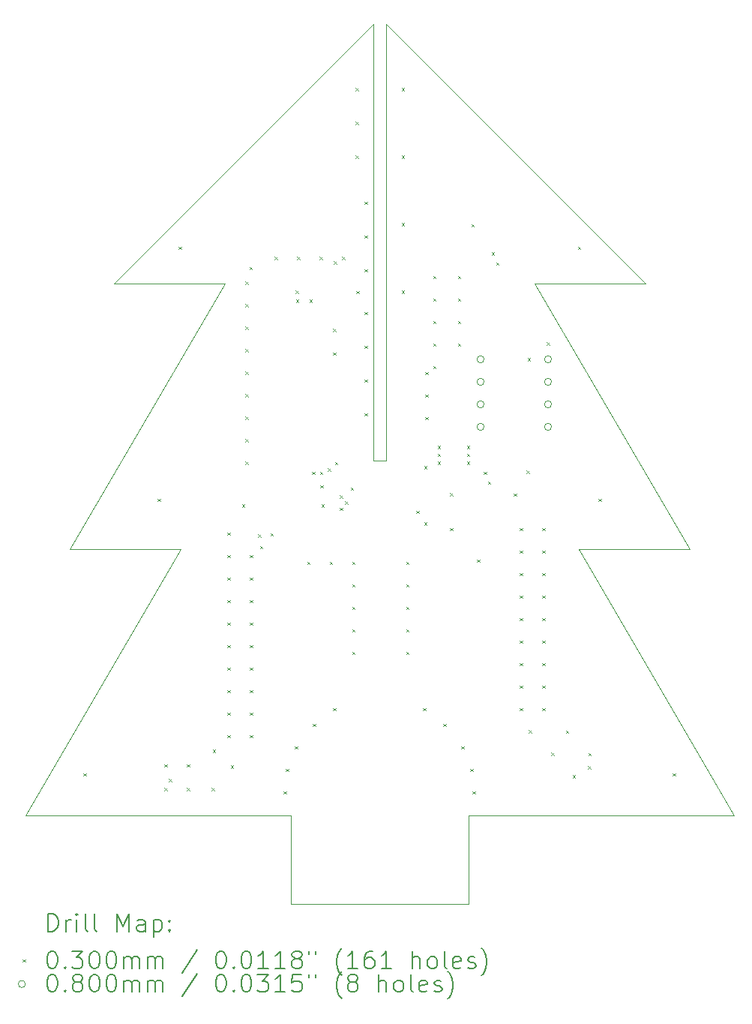
<source format=gbr>
%TF.GenerationSoftware,KiCad,Pcbnew,(6.0.9)*%
%TF.CreationDate,2022-12-10T14:06:55+01:00*%
%TF.ProjectId,PartoUno,50617274-6f55-46e6-9f2e-6b696361645f,rev?*%
%TF.SameCoordinates,Original*%
%TF.FileFunction,Drillmap*%
%TF.FilePolarity,Positive*%
%FSLAX45Y45*%
G04 Gerber Fmt 4.5, Leading zero omitted, Abs format (unit mm)*
G04 Created by KiCad (PCBNEW (6.0.9)) date 2022-12-10 14:06:55*
%MOMM*%
%LPD*%
G01*
G04 APERTURE LIST*
%ADD10C,0.038100*%
%ADD11C,0.200000*%
%ADD12C,0.030000*%
%ADD13C,0.080000*%
G04 APERTURE END LIST*
D10*
X13975000Y-5375000D02*
X13975000Y-10300000D01*
X13050000Y-14300000D02*
X10050000Y-14300000D01*
X10050000Y-14300000D02*
X11800000Y-11300000D01*
X13050000Y-15300000D02*
X13050000Y-14300000D01*
X14125000Y-5375000D02*
X17050000Y-8300000D01*
X11050000Y-8300000D02*
X12300000Y-8300000D01*
X11800000Y-11300000D02*
X10550000Y-11300000D01*
X11050000Y-8300000D02*
X13975000Y-5375000D01*
X15050000Y-15300000D02*
X13050000Y-15300000D01*
X14125000Y-10300000D02*
X14125000Y-5375000D01*
X18050000Y-14300000D02*
X15050000Y-14300000D01*
X13975000Y-10300000D02*
X14125000Y-10300000D01*
X15800000Y-8300000D02*
X17550000Y-11300000D01*
X15800000Y-8300000D02*
X17050000Y-8300000D01*
X17550000Y-11300000D02*
X16300000Y-11300000D01*
X10550000Y-11300000D02*
X12300000Y-8300000D01*
X16300000Y-11300000D02*
X18050000Y-14300000D01*
X15050000Y-14300000D02*
X15050000Y-15300000D01*
D11*
D12*
X10703800Y-13828000D02*
X10733800Y-13858000D01*
X10733800Y-13828000D02*
X10703800Y-13858000D01*
X11542000Y-10729200D02*
X11572000Y-10759200D01*
X11572000Y-10729200D02*
X11542000Y-10759200D01*
X11618200Y-13726400D02*
X11648200Y-13756400D01*
X11648200Y-13726400D02*
X11618200Y-13756400D01*
X11618200Y-13993100D02*
X11648200Y-14023100D01*
X11648200Y-13993100D02*
X11618200Y-14023100D01*
X11669000Y-13891500D02*
X11699000Y-13921500D01*
X11699000Y-13891500D02*
X11669000Y-13921500D01*
X11776900Y-7884400D02*
X11806900Y-7914400D01*
X11806900Y-7884400D02*
X11776900Y-7914400D01*
X11872200Y-13726400D02*
X11902200Y-13756400D01*
X11902200Y-13726400D02*
X11872200Y-13756400D01*
X11872200Y-13993100D02*
X11902200Y-14023100D01*
X11902200Y-13993100D02*
X11872200Y-14023100D01*
X12151600Y-13993100D02*
X12181600Y-14023100D01*
X12181600Y-13993100D02*
X12151600Y-14023100D01*
X12164300Y-13561300D02*
X12194300Y-13591300D01*
X12194300Y-13561300D02*
X12164300Y-13591300D01*
X12329400Y-11110200D02*
X12359400Y-11140200D01*
X12359400Y-11110200D02*
X12329400Y-11140200D01*
X12329400Y-11364200D02*
X12359400Y-11394200D01*
X12359400Y-11364200D02*
X12329400Y-11394200D01*
X12329400Y-11618200D02*
X12359400Y-11648200D01*
X12359400Y-11618200D02*
X12329400Y-11648200D01*
X12329400Y-11872200D02*
X12359400Y-11902200D01*
X12359400Y-11872200D02*
X12329400Y-11902200D01*
X12329400Y-12126200D02*
X12359400Y-12156200D01*
X12359400Y-12126200D02*
X12329400Y-12156200D01*
X12329400Y-12380200D02*
X12359400Y-12410200D01*
X12359400Y-12380200D02*
X12329400Y-12410200D01*
X12329400Y-12634200D02*
X12359400Y-12664200D01*
X12359400Y-12634200D02*
X12329400Y-12664200D01*
X12329400Y-12888200D02*
X12359400Y-12918200D01*
X12359400Y-12888200D02*
X12329400Y-12918200D01*
X12329400Y-13142200D02*
X12359400Y-13172200D01*
X12359400Y-13142200D02*
X12329400Y-13172200D01*
X12329400Y-13396200D02*
X12359400Y-13426200D01*
X12359400Y-13396200D02*
X12329400Y-13426200D01*
X12367500Y-13739100D02*
X12397500Y-13769100D01*
X12397500Y-13739100D02*
X12367500Y-13769100D01*
X12496000Y-10794200D02*
X12526000Y-10824200D01*
X12526000Y-10794200D02*
X12496000Y-10824200D01*
X12532600Y-8278100D02*
X12562600Y-8308100D01*
X12562600Y-8278100D02*
X12532600Y-8308100D01*
X12532600Y-8532100D02*
X12562600Y-8562100D01*
X12562600Y-8532100D02*
X12532600Y-8562100D01*
X12532600Y-8786100D02*
X12562600Y-8816100D01*
X12562600Y-8786100D02*
X12532600Y-8816100D01*
X12532600Y-9040100D02*
X12562600Y-9070100D01*
X12562600Y-9040100D02*
X12532600Y-9070100D01*
X12532600Y-9294100D02*
X12562600Y-9324100D01*
X12562600Y-9294100D02*
X12532600Y-9324100D01*
X12532600Y-9548100D02*
X12562600Y-9578100D01*
X12562600Y-9548100D02*
X12532600Y-9578100D01*
X12532600Y-9802100D02*
X12562600Y-9832100D01*
X12562600Y-9802100D02*
X12532600Y-9832100D01*
X12532600Y-10056100D02*
X12562600Y-10086100D01*
X12562600Y-10056100D02*
X12532600Y-10086100D01*
X12532600Y-10310100D02*
X12562600Y-10340100D01*
X12562600Y-10310100D02*
X12532600Y-10340100D01*
X12578850Y-8113000D02*
X12608850Y-8143000D01*
X12608850Y-8113000D02*
X12578850Y-8143000D01*
X12583400Y-11364200D02*
X12613400Y-11394200D01*
X12613400Y-11364200D02*
X12583400Y-11394200D01*
X12583400Y-11618200D02*
X12613400Y-11648200D01*
X12613400Y-11618200D02*
X12583400Y-11648200D01*
X12583400Y-11872200D02*
X12613400Y-11902200D01*
X12613400Y-11872200D02*
X12583400Y-11902200D01*
X12583400Y-12126200D02*
X12613400Y-12156200D01*
X12613400Y-12126200D02*
X12583400Y-12156200D01*
X12583400Y-12380200D02*
X12613400Y-12410200D01*
X12613400Y-12380200D02*
X12583400Y-12410200D01*
X12583400Y-12634200D02*
X12613400Y-12664200D01*
X12613400Y-12634200D02*
X12583400Y-12664200D01*
X12583400Y-12888200D02*
X12613400Y-12918200D01*
X12613400Y-12888200D02*
X12583400Y-12918200D01*
X12583400Y-13142200D02*
X12613400Y-13172200D01*
X12613400Y-13142200D02*
X12583400Y-13172200D01*
X12583400Y-13396200D02*
X12613400Y-13426200D01*
X12613400Y-13396200D02*
X12583400Y-13426200D01*
X12678150Y-11129750D02*
X12708150Y-11159750D01*
X12708150Y-11129750D02*
X12678150Y-11159750D01*
X12697700Y-11262600D02*
X12727700Y-11292600D01*
X12727700Y-11262600D02*
X12697700Y-11292600D01*
X12816900Y-11118000D02*
X12846900Y-11148000D01*
X12846900Y-11118000D02*
X12816900Y-11148000D01*
X12862800Y-7998700D02*
X12892800Y-8028700D01*
X12892800Y-7998700D02*
X12862800Y-8028700D01*
X12964400Y-14031200D02*
X12994400Y-14061200D01*
X12994400Y-14031200D02*
X12964400Y-14061200D01*
X12989800Y-13777200D02*
X13019800Y-13807200D01*
X13019800Y-13777200D02*
X12989800Y-13807200D01*
X13091400Y-13523200D02*
X13121400Y-13553200D01*
X13121400Y-13523200D02*
X13091400Y-13553200D01*
X13101560Y-8379700D02*
X13131560Y-8409700D01*
X13131560Y-8379700D02*
X13101560Y-8409700D01*
X13104100Y-8481300D02*
X13134100Y-8511300D01*
X13134100Y-8481300D02*
X13104100Y-8511300D01*
X13116800Y-7998700D02*
X13146800Y-8028700D01*
X13146800Y-7998700D02*
X13116800Y-8028700D01*
X13231100Y-11440400D02*
X13261100Y-11470400D01*
X13261100Y-11440400D02*
X13231100Y-11470400D01*
X13256500Y-8481300D02*
X13286500Y-8511300D01*
X13286500Y-8481300D02*
X13256500Y-8511300D01*
X13284440Y-10424400D02*
X13314440Y-10454400D01*
X13314440Y-10424400D02*
X13284440Y-10454400D01*
X13294600Y-13269200D02*
X13324600Y-13299200D01*
X13324600Y-13269200D02*
X13294600Y-13299200D01*
X13370800Y-7998700D02*
X13400800Y-8028700D01*
X13400800Y-7998700D02*
X13370800Y-8028700D01*
X13375880Y-10424400D02*
X13405880Y-10454400D01*
X13405880Y-10424400D02*
X13375880Y-10454400D01*
X13380960Y-10576800D02*
X13410960Y-10606800D01*
X13410960Y-10576800D02*
X13380960Y-10606800D01*
X13393660Y-10794200D02*
X13423660Y-10824200D01*
X13423660Y-10794200D02*
X13393660Y-10824200D01*
X13462240Y-10383760D02*
X13492240Y-10413760D01*
X13492240Y-10383760D02*
X13462240Y-10413760D01*
X13485100Y-11440400D02*
X13515100Y-11470400D01*
X13515100Y-11440400D02*
X13485100Y-11470400D01*
X13523200Y-8811500D02*
X13553200Y-8841500D01*
X13553200Y-8811500D02*
X13523200Y-8841500D01*
X13523200Y-9078200D02*
X13553200Y-9108200D01*
X13553200Y-9078200D02*
X13523200Y-9108200D01*
X13523200Y-13091400D02*
X13553200Y-13121400D01*
X13553200Y-13091400D02*
X13523200Y-13121400D01*
X13530050Y-8048250D02*
X13560050Y-8078250D01*
X13560050Y-8048250D02*
X13530050Y-8078250D01*
X13546060Y-10315180D02*
X13576060Y-10345180D01*
X13576060Y-10315180D02*
X13546060Y-10345180D01*
X13597370Y-10831310D02*
X13627370Y-10861310D01*
X13627370Y-10831310D02*
X13597370Y-10861310D01*
X13597898Y-10692138D02*
X13627898Y-10722138D01*
X13627898Y-10692138D02*
X13597898Y-10722138D01*
X13624800Y-7998700D02*
X13654800Y-8028700D01*
X13654800Y-7998700D02*
X13624800Y-8028700D01*
X13660360Y-10759680D02*
X13690360Y-10789680D01*
X13690360Y-10759680D02*
X13660360Y-10789680D01*
X13723860Y-10602200D02*
X13753860Y-10632200D01*
X13753860Y-10602200D02*
X13723860Y-10632200D01*
X13739100Y-11440400D02*
X13769100Y-11470400D01*
X13769100Y-11440400D02*
X13739100Y-11470400D01*
X13739100Y-11694400D02*
X13769100Y-11724400D01*
X13769100Y-11694400D02*
X13739100Y-11724400D01*
X13739100Y-11948400D02*
X13769100Y-11978400D01*
X13769100Y-11948400D02*
X13739100Y-11978400D01*
X13739100Y-12202400D02*
X13769100Y-12232400D01*
X13769100Y-12202400D02*
X13739100Y-12232400D01*
X13739100Y-12456400D02*
X13769100Y-12486400D01*
X13769100Y-12456400D02*
X13739100Y-12486400D01*
X13777200Y-6093700D02*
X13807200Y-6123700D01*
X13807200Y-6093700D02*
X13777200Y-6123700D01*
X13777200Y-6474700D02*
X13807200Y-6504700D01*
X13807200Y-6474700D02*
X13777200Y-6504700D01*
X13777200Y-6855700D02*
X13807200Y-6885700D01*
X13807200Y-6855700D02*
X13777200Y-6885700D01*
X13787360Y-8382240D02*
X13817360Y-8412240D01*
X13817360Y-8382240D02*
X13787360Y-8412240D01*
X13878800Y-7376400D02*
X13908800Y-7406400D01*
X13908800Y-7376400D02*
X13878800Y-7406400D01*
X13878800Y-7757400D02*
X13908800Y-7787400D01*
X13908800Y-7757400D02*
X13878800Y-7787400D01*
X13878800Y-8138400D02*
X13908800Y-8168400D01*
X13908800Y-8138400D02*
X13878800Y-8168400D01*
X13878800Y-8621000D02*
X13908800Y-8651000D01*
X13908800Y-8621000D02*
X13878800Y-8651000D01*
X13878800Y-9002000D02*
X13908800Y-9032000D01*
X13908800Y-9002000D02*
X13878800Y-9032000D01*
X13878800Y-9383000D02*
X13908800Y-9413000D01*
X13908800Y-9383000D02*
X13878800Y-9413000D01*
X13878800Y-9764000D02*
X13908800Y-9794000D01*
X13908800Y-9764000D02*
X13878800Y-9794000D01*
X14297900Y-6093700D02*
X14327900Y-6123700D01*
X14327900Y-6093700D02*
X14297900Y-6123700D01*
X14297900Y-6855700D02*
X14327900Y-6885700D01*
X14327900Y-6855700D02*
X14297900Y-6885700D01*
X14297900Y-7617700D02*
X14327900Y-7647700D01*
X14327900Y-7617700D02*
X14297900Y-7647700D01*
X14297900Y-8379700D02*
X14327900Y-8409700D01*
X14327900Y-8379700D02*
X14297900Y-8409700D01*
X14348700Y-11440400D02*
X14378700Y-11470400D01*
X14378700Y-11440400D02*
X14348700Y-11470400D01*
X14348700Y-11694400D02*
X14378700Y-11724400D01*
X14378700Y-11694400D02*
X14348700Y-11724400D01*
X14348700Y-11948400D02*
X14378700Y-11978400D01*
X14378700Y-11948400D02*
X14348700Y-11978400D01*
X14348700Y-12202400D02*
X14378700Y-12232400D01*
X14378700Y-12202400D02*
X14348700Y-12232400D01*
X14348700Y-12456400D02*
X14378700Y-12486400D01*
X14378700Y-12456400D02*
X14348700Y-12486400D01*
X14463000Y-10863300D02*
X14493000Y-10893300D01*
X14493000Y-10863300D02*
X14463000Y-10893300D01*
X14539200Y-13091400D02*
X14569200Y-13121400D01*
X14569200Y-13091400D02*
X14539200Y-13121400D01*
X14551900Y-10360900D02*
X14581900Y-10390900D01*
X14581900Y-10360900D02*
X14551900Y-10390900D01*
X14551900Y-10995900D02*
X14581900Y-11025900D01*
X14581900Y-10995900D02*
X14551900Y-11025900D01*
X14564600Y-9296640D02*
X14594600Y-9326640D01*
X14594600Y-9296640D02*
X14564600Y-9326640D01*
X14564600Y-9550640D02*
X14594600Y-9580640D01*
X14594600Y-9550640D02*
X14564600Y-9580640D01*
X14564600Y-9804640D02*
X14594600Y-9834640D01*
X14594600Y-9804640D02*
X14564600Y-9834640D01*
X14653500Y-8214600D02*
X14683500Y-8244600D01*
X14683500Y-8214600D02*
X14653500Y-8244600D01*
X14653500Y-8468600D02*
X14683500Y-8498600D01*
X14683500Y-8468600D02*
X14653500Y-8498600D01*
X14653500Y-8722600D02*
X14683500Y-8752600D01*
X14683500Y-8722600D02*
X14653500Y-8752600D01*
X14653500Y-8976600D02*
X14683500Y-9006600D01*
X14683500Y-8976600D02*
X14653500Y-9006600D01*
X14653500Y-9230600D02*
X14683500Y-9260600D01*
X14683500Y-9230600D02*
X14653500Y-9260600D01*
X14704300Y-10132300D02*
X14734300Y-10162300D01*
X14734300Y-10132300D02*
X14704300Y-10162300D01*
X14704300Y-10221200D02*
X14734300Y-10251200D01*
X14734300Y-10221200D02*
X14704300Y-10251200D01*
X14704300Y-10310100D02*
X14734300Y-10340100D01*
X14734300Y-10310100D02*
X14704300Y-10340100D01*
X14767800Y-13269200D02*
X14797800Y-13299200D01*
X14797800Y-13269200D02*
X14767800Y-13299200D01*
X14844000Y-10665700D02*
X14874000Y-10695700D01*
X14874000Y-10665700D02*
X14844000Y-10695700D01*
X14844000Y-11059400D02*
X14874000Y-11089400D01*
X14874000Y-11059400D02*
X14844000Y-11089400D01*
X14932900Y-8214600D02*
X14962900Y-8244600D01*
X14962900Y-8214600D02*
X14932900Y-8244600D01*
X14932900Y-8468600D02*
X14962900Y-8498600D01*
X14962900Y-8468600D02*
X14932900Y-8498600D01*
X14932900Y-8722600D02*
X14962900Y-8752600D01*
X14962900Y-8722600D02*
X14932900Y-8752600D01*
X14932900Y-8976600D02*
X14962900Y-9006600D01*
X14962900Y-8976600D02*
X14932900Y-9006600D01*
X14971000Y-13523200D02*
X15001000Y-13553200D01*
X15001000Y-13523200D02*
X14971000Y-13553200D01*
X15034500Y-10132300D02*
X15064500Y-10162300D01*
X15064500Y-10132300D02*
X15034500Y-10162300D01*
X15034500Y-10221200D02*
X15064500Y-10251200D01*
X15064500Y-10221200D02*
X15034500Y-10251200D01*
X15034500Y-10310100D02*
X15064500Y-10340100D01*
X15064500Y-10310100D02*
X15034500Y-10340100D01*
X15072600Y-13777200D02*
X15102600Y-13807200D01*
X15102600Y-13777200D02*
X15072600Y-13807200D01*
X15085300Y-7630400D02*
X15115300Y-7660400D01*
X15115300Y-7630400D02*
X15085300Y-7660400D01*
X15098000Y-14031200D02*
X15128000Y-14061200D01*
X15128000Y-14031200D02*
X15098000Y-14061200D01*
X15148800Y-11415000D02*
X15178800Y-11445000D01*
X15178800Y-11415000D02*
X15148800Y-11445000D01*
X15225000Y-10424400D02*
X15255000Y-10454400D01*
X15255000Y-10424400D02*
X15225000Y-10454400D01*
X15269950Y-10532850D02*
X15299950Y-10562850D01*
X15299950Y-10532850D02*
X15269950Y-10562850D01*
X15313900Y-7947900D02*
X15343900Y-7977900D01*
X15343900Y-7947900D02*
X15313900Y-7977900D01*
X15364700Y-8062200D02*
X15394700Y-8092200D01*
X15394700Y-8062200D02*
X15364700Y-8092200D01*
X15565420Y-10668300D02*
X15595420Y-10698300D01*
X15595420Y-10668300D02*
X15565420Y-10698300D01*
X15631400Y-11059400D02*
X15661400Y-11089400D01*
X15661400Y-11059400D02*
X15631400Y-11089400D01*
X15631400Y-11313400D02*
X15661400Y-11343400D01*
X15661400Y-11313400D02*
X15631400Y-11343400D01*
X15631400Y-11567400D02*
X15661400Y-11597400D01*
X15661400Y-11567400D02*
X15631400Y-11597400D01*
X15631400Y-11821400D02*
X15661400Y-11851400D01*
X15661400Y-11821400D02*
X15631400Y-11851400D01*
X15631400Y-12075400D02*
X15661400Y-12105400D01*
X15661400Y-12075400D02*
X15631400Y-12105400D01*
X15631400Y-12329400D02*
X15661400Y-12359400D01*
X15661400Y-12329400D02*
X15631400Y-12359400D01*
X15631400Y-12583400D02*
X15661400Y-12613400D01*
X15661400Y-12583400D02*
X15631400Y-12613400D01*
X15631400Y-12837400D02*
X15661400Y-12867400D01*
X15661400Y-12837400D02*
X15631400Y-12867400D01*
X15631400Y-13091400D02*
X15661400Y-13121400D01*
X15661400Y-13091400D02*
X15631400Y-13121400D01*
X15707600Y-10411700D02*
X15737600Y-10441700D01*
X15737600Y-10411700D02*
X15707600Y-10441700D01*
X15720300Y-9141700D02*
X15750300Y-9171700D01*
X15750300Y-9141700D02*
X15720300Y-9171700D01*
X15733000Y-13340320D02*
X15763000Y-13370320D01*
X15763000Y-13340320D02*
X15733000Y-13370320D01*
X15885400Y-11059400D02*
X15915400Y-11089400D01*
X15915400Y-11059400D02*
X15885400Y-11089400D01*
X15885400Y-11313400D02*
X15915400Y-11343400D01*
X15915400Y-11313400D02*
X15885400Y-11343400D01*
X15885400Y-11567400D02*
X15915400Y-11597400D01*
X15915400Y-11567400D02*
X15885400Y-11597400D01*
X15885400Y-11821400D02*
X15915400Y-11851400D01*
X15915400Y-11821400D02*
X15885400Y-11851400D01*
X15885400Y-12075400D02*
X15915400Y-12105400D01*
X15915400Y-12075400D02*
X15885400Y-12105400D01*
X15885400Y-12329400D02*
X15915400Y-12359400D01*
X15915400Y-12329400D02*
X15885400Y-12359400D01*
X15885400Y-12583400D02*
X15915400Y-12613400D01*
X15915400Y-12583400D02*
X15885400Y-12613400D01*
X15885400Y-12837400D02*
X15915400Y-12867400D01*
X15915400Y-12837400D02*
X15885400Y-12867400D01*
X15885400Y-13091400D02*
X15915400Y-13121400D01*
X15915400Y-13091400D02*
X15885400Y-13121400D01*
X15936200Y-8963900D02*
X15966200Y-8993900D01*
X15966200Y-8963900D02*
X15936200Y-8993900D01*
X15987000Y-13594320D02*
X16017000Y-13624320D01*
X16017000Y-13594320D02*
X15987000Y-13624320D01*
X16152100Y-13345400D02*
X16182100Y-13375400D01*
X16182100Y-13345400D02*
X16152100Y-13375400D01*
X16228300Y-13848320D02*
X16258300Y-13878320D01*
X16258300Y-13848320D02*
X16228300Y-13878320D01*
X16285500Y-7884400D02*
X16315500Y-7914400D01*
X16315500Y-7884400D02*
X16285500Y-7914400D01*
X16403560Y-13746720D02*
X16433560Y-13776720D01*
X16433560Y-13746720D02*
X16403560Y-13776720D01*
X16406100Y-13599400D02*
X16436100Y-13629400D01*
X16436100Y-13599400D02*
X16406100Y-13629400D01*
X16520400Y-10729200D02*
X16550400Y-10759200D01*
X16550400Y-10729200D02*
X16520400Y-10759200D01*
X17358600Y-13828000D02*
X17388600Y-13858000D01*
X17388600Y-13828000D02*
X17358600Y-13858000D01*
D13*
X15228200Y-9155700D02*
G75*
G03*
X15228200Y-9155700I-40000J0D01*
G01*
X15228200Y-9409700D02*
G75*
G03*
X15228200Y-9409700I-40000J0D01*
G01*
X15228200Y-9663700D02*
G75*
G03*
X15228200Y-9663700I-40000J0D01*
G01*
X15228200Y-9917700D02*
G75*
G03*
X15228200Y-9917700I-40000J0D01*
G01*
X15990200Y-9155700D02*
G75*
G03*
X15990200Y-9155700I-40000J0D01*
G01*
X15990200Y-9409700D02*
G75*
G03*
X15990200Y-9409700I-40000J0D01*
G01*
X15990200Y-9663700D02*
G75*
G03*
X15990200Y-9663700I-40000J0D01*
G01*
X15990200Y-9917700D02*
G75*
G03*
X15990200Y-9917700I-40000J0D01*
G01*
D11*
X10305714Y-15612381D02*
X10305714Y-15412381D01*
X10353333Y-15412381D01*
X10381905Y-15421905D01*
X10400952Y-15440953D01*
X10410476Y-15460000D01*
X10420000Y-15498095D01*
X10420000Y-15526667D01*
X10410476Y-15564762D01*
X10400952Y-15583810D01*
X10381905Y-15602857D01*
X10353333Y-15612381D01*
X10305714Y-15612381D01*
X10505714Y-15612381D02*
X10505714Y-15479048D01*
X10505714Y-15517143D02*
X10515238Y-15498095D01*
X10524762Y-15488572D01*
X10543809Y-15479048D01*
X10562857Y-15479048D01*
X10629524Y-15612381D02*
X10629524Y-15479048D01*
X10629524Y-15412381D02*
X10620000Y-15421905D01*
X10629524Y-15431429D01*
X10639047Y-15421905D01*
X10629524Y-15412381D01*
X10629524Y-15431429D01*
X10753333Y-15612381D02*
X10734285Y-15602857D01*
X10724762Y-15583810D01*
X10724762Y-15412381D01*
X10858095Y-15612381D02*
X10839047Y-15602857D01*
X10829524Y-15583810D01*
X10829524Y-15412381D01*
X11086666Y-15612381D02*
X11086666Y-15412381D01*
X11153333Y-15555238D01*
X11220000Y-15412381D01*
X11220000Y-15612381D01*
X11400952Y-15612381D02*
X11400952Y-15507619D01*
X11391428Y-15488572D01*
X11372381Y-15479048D01*
X11334285Y-15479048D01*
X11315238Y-15488572D01*
X11400952Y-15602857D02*
X11381904Y-15612381D01*
X11334285Y-15612381D01*
X11315238Y-15602857D01*
X11305714Y-15583810D01*
X11305714Y-15564762D01*
X11315238Y-15545714D01*
X11334285Y-15536191D01*
X11381904Y-15536191D01*
X11400952Y-15526667D01*
X11496190Y-15479048D02*
X11496190Y-15679048D01*
X11496190Y-15488572D02*
X11515238Y-15479048D01*
X11553333Y-15479048D01*
X11572381Y-15488572D01*
X11581904Y-15498095D01*
X11591428Y-15517143D01*
X11591428Y-15574286D01*
X11581904Y-15593333D01*
X11572381Y-15602857D01*
X11553333Y-15612381D01*
X11515238Y-15612381D01*
X11496190Y-15602857D01*
X11677143Y-15593333D02*
X11686666Y-15602857D01*
X11677143Y-15612381D01*
X11667619Y-15602857D01*
X11677143Y-15593333D01*
X11677143Y-15612381D01*
X11677143Y-15488572D02*
X11686666Y-15498095D01*
X11677143Y-15507619D01*
X11667619Y-15498095D01*
X11677143Y-15488572D01*
X11677143Y-15507619D01*
D12*
X10018095Y-15926905D02*
X10048095Y-15956905D01*
X10048095Y-15926905D02*
X10018095Y-15956905D01*
D11*
X10343809Y-15832381D02*
X10362857Y-15832381D01*
X10381905Y-15841905D01*
X10391428Y-15851429D01*
X10400952Y-15870476D01*
X10410476Y-15908572D01*
X10410476Y-15956191D01*
X10400952Y-15994286D01*
X10391428Y-16013333D01*
X10381905Y-16022857D01*
X10362857Y-16032381D01*
X10343809Y-16032381D01*
X10324762Y-16022857D01*
X10315238Y-16013333D01*
X10305714Y-15994286D01*
X10296190Y-15956191D01*
X10296190Y-15908572D01*
X10305714Y-15870476D01*
X10315238Y-15851429D01*
X10324762Y-15841905D01*
X10343809Y-15832381D01*
X10496190Y-16013333D02*
X10505714Y-16022857D01*
X10496190Y-16032381D01*
X10486666Y-16022857D01*
X10496190Y-16013333D01*
X10496190Y-16032381D01*
X10572381Y-15832381D02*
X10696190Y-15832381D01*
X10629524Y-15908572D01*
X10658095Y-15908572D01*
X10677143Y-15918095D01*
X10686666Y-15927619D01*
X10696190Y-15946667D01*
X10696190Y-15994286D01*
X10686666Y-16013333D01*
X10677143Y-16022857D01*
X10658095Y-16032381D01*
X10600952Y-16032381D01*
X10581905Y-16022857D01*
X10572381Y-16013333D01*
X10820000Y-15832381D02*
X10839047Y-15832381D01*
X10858095Y-15841905D01*
X10867619Y-15851429D01*
X10877143Y-15870476D01*
X10886666Y-15908572D01*
X10886666Y-15956191D01*
X10877143Y-15994286D01*
X10867619Y-16013333D01*
X10858095Y-16022857D01*
X10839047Y-16032381D01*
X10820000Y-16032381D01*
X10800952Y-16022857D01*
X10791428Y-16013333D01*
X10781905Y-15994286D01*
X10772381Y-15956191D01*
X10772381Y-15908572D01*
X10781905Y-15870476D01*
X10791428Y-15851429D01*
X10800952Y-15841905D01*
X10820000Y-15832381D01*
X11010476Y-15832381D02*
X11029524Y-15832381D01*
X11048571Y-15841905D01*
X11058095Y-15851429D01*
X11067619Y-15870476D01*
X11077143Y-15908572D01*
X11077143Y-15956191D01*
X11067619Y-15994286D01*
X11058095Y-16013333D01*
X11048571Y-16022857D01*
X11029524Y-16032381D01*
X11010476Y-16032381D01*
X10991428Y-16022857D01*
X10981905Y-16013333D01*
X10972381Y-15994286D01*
X10962857Y-15956191D01*
X10962857Y-15908572D01*
X10972381Y-15870476D01*
X10981905Y-15851429D01*
X10991428Y-15841905D01*
X11010476Y-15832381D01*
X11162857Y-16032381D02*
X11162857Y-15899048D01*
X11162857Y-15918095D02*
X11172381Y-15908572D01*
X11191428Y-15899048D01*
X11220000Y-15899048D01*
X11239047Y-15908572D01*
X11248571Y-15927619D01*
X11248571Y-16032381D01*
X11248571Y-15927619D02*
X11258095Y-15908572D01*
X11277143Y-15899048D01*
X11305714Y-15899048D01*
X11324762Y-15908572D01*
X11334285Y-15927619D01*
X11334285Y-16032381D01*
X11429523Y-16032381D02*
X11429523Y-15899048D01*
X11429523Y-15918095D02*
X11439047Y-15908572D01*
X11458095Y-15899048D01*
X11486666Y-15899048D01*
X11505714Y-15908572D01*
X11515238Y-15927619D01*
X11515238Y-16032381D01*
X11515238Y-15927619D02*
X11524762Y-15908572D01*
X11543809Y-15899048D01*
X11572381Y-15899048D01*
X11591428Y-15908572D01*
X11600952Y-15927619D01*
X11600952Y-16032381D01*
X11991428Y-15822857D02*
X11820000Y-16080000D01*
X12248571Y-15832381D02*
X12267619Y-15832381D01*
X12286666Y-15841905D01*
X12296190Y-15851429D01*
X12305714Y-15870476D01*
X12315238Y-15908572D01*
X12315238Y-15956191D01*
X12305714Y-15994286D01*
X12296190Y-16013333D01*
X12286666Y-16022857D01*
X12267619Y-16032381D01*
X12248571Y-16032381D01*
X12229523Y-16022857D01*
X12220000Y-16013333D01*
X12210476Y-15994286D01*
X12200952Y-15956191D01*
X12200952Y-15908572D01*
X12210476Y-15870476D01*
X12220000Y-15851429D01*
X12229523Y-15841905D01*
X12248571Y-15832381D01*
X12400952Y-16013333D02*
X12410476Y-16022857D01*
X12400952Y-16032381D01*
X12391428Y-16022857D01*
X12400952Y-16013333D01*
X12400952Y-16032381D01*
X12534285Y-15832381D02*
X12553333Y-15832381D01*
X12572381Y-15841905D01*
X12581904Y-15851429D01*
X12591428Y-15870476D01*
X12600952Y-15908572D01*
X12600952Y-15956191D01*
X12591428Y-15994286D01*
X12581904Y-16013333D01*
X12572381Y-16022857D01*
X12553333Y-16032381D01*
X12534285Y-16032381D01*
X12515238Y-16022857D01*
X12505714Y-16013333D01*
X12496190Y-15994286D01*
X12486666Y-15956191D01*
X12486666Y-15908572D01*
X12496190Y-15870476D01*
X12505714Y-15851429D01*
X12515238Y-15841905D01*
X12534285Y-15832381D01*
X12791428Y-16032381D02*
X12677143Y-16032381D01*
X12734285Y-16032381D02*
X12734285Y-15832381D01*
X12715238Y-15860953D01*
X12696190Y-15880000D01*
X12677143Y-15889524D01*
X12981904Y-16032381D02*
X12867619Y-16032381D01*
X12924762Y-16032381D02*
X12924762Y-15832381D01*
X12905714Y-15860953D01*
X12886666Y-15880000D01*
X12867619Y-15889524D01*
X13096190Y-15918095D02*
X13077143Y-15908572D01*
X13067619Y-15899048D01*
X13058095Y-15880000D01*
X13058095Y-15870476D01*
X13067619Y-15851429D01*
X13077143Y-15841905D01*
X13096190Y-15832381D01*
X13134285Y-15832381D01*
X13153333Y-15841905D01*
X13162857Y-15851429D01*
X13172381Y-15870476D01*
X13172381Y-15880000D01*
X13162857Y-15899048D01*
X13153333Y-15908572D01*
X13134285Y-15918095D01*
X13096190Y-15918095D01*
X13077143Y-15927619D01*
X13067619Y-15937143D01*
X13058095Y-15956191D01*
X13058095Y-15994286D01*
X13067619Y-16013333D01*
X13077143Y-16022857D01*
X13096190Y-16032381D01*
X13134285Y-16032381D01*
X13153333Y-16022857D01*
X13162857Y-16013333D01*
X13172381Y-15994286D01*
X13172381Y-15956191D01*
X13162857Y-15937143D01*
X13153333Y-15927619D01*
X13134285Y-15918095D01*
X13248571Y-15832381D02*
X13248571Y-15870476D01*
X13324762Y-15832381D02*
X13324762Y-15870476D01*
X13620000Y-16108572D02*
X13610476Y-16099048D01*
X13591428Y-16070476D01*
X13581904Y-16051429D01*
X13572381Y-16022857D01*
X13562857Y-15975238D01*
X13562857Y-15937143D01*
X13572381Y-15889524D01*
X13581904Y-15860953D01*
X13591428Y-15841905D01*
X13610476Y-15813333D01*
X13620000Y-15803810D01*
X13800952Y-16032381D02*
X13686666Y-16032381D01*
X13743809Y-16032381D02*
X13743809Y-15832381D01*
X13724762Y-15860953D01*
X13705714Y-15880000D01*
X13686666Y-15889524D01*
X13972381Y-15832381D02*
X13934285Y-15832381D01*
X13915238Y-15841905D01*
X13905714Y-15851429D01*
X13886666Y-15880000D01*
X13877143Y-15918095D01*
X13877143Y-15994286D01*
X13886666Y-16013333D01*
X13896190Y-16022857D01*
X13915238Y-16032381D01*
X13953333Y-16032381D01*
X13972381Y-16022857D01*
X13981904Y-16013333D01*
X13991428Y-15994286D01*
X13991428Y-15946667D01*
X13981904Y-15927619D01*
X13972381Y-15918095D01*
X13953333Y-15908572D01*
X13915238Y-15908572D01*
X13896190Y-15918095D01*
X13886666Y-15927619D01*
X13877143Y-15946667D01*
X14181904Y-16032381D02*
X14067619Y-16032381D01*
X14124762Y-16032381D02*
X14124762Y-15832381D01*
X14105714Y-15860953D01*
X14086666Y-15880000D01*
X14067619Y-15889524D01*
X14420000Y-16032381D02*
X14420000Y-15832381D01*
X14505714Y-16032381D02*
X14505714Y-15927619D01*
X14496190Y-15908572D01*
X14477143Y-15899048D01*
X14448571Y-15899048D01*
X14429523Y-15908572D01*
X14420000Y-15918095D01*
X14629523Y-16032381D02*
X14610476Y-16022857D01*
X14600952Y-16013333D01*
X14591428Y-15994286D01*
X14591428Y-15937143D01*
X14600952Y-15918095D01*
X14610476Y-15908572D01*
X14629523Y-15899048D01*
X14658095Y-15899048D01*
X14677143Y-15908572D01*
X14686666Y-15918095D01*
X14696190Y-15937143D01*
X14696190Y-15994286D01*
X14686666Y-16013333D01*
X14677143Y-16022857D01*
X14658095Y-16032381D01*
X14629523Y-16032381D01*
X14810476Y-16032381D02*
X14791428Y-16022857D01*
X14781904Y-16003810D01*
X14781904Y-15832381D01*
X14962857Y-16022857D02*
X14943809Y-16032381D01*
X14905714Y-16032381D01*
X14886666Y-16022857D01*
X14877143Y-16003810D01*
X14877143Y-15927619D01*
X14886666Y-15908572D01*
X14905714Y-15899048D01*
X14943809Y-15899048D01*
X14962857Y-15908572D01*
X14972381Y-15927619D01*
X14972381Y-15946667D01*
X14877143Y-15965714D01*
X15048571Y-16022857D02*
X15067619Y-16032381D01*
X15105714Y-16032381D01*
X15124762Y-16022857D01*
X15134285Y-16003810D01*
X15134285Y-15994286D01*
X15124762Y-15975238D01*
X15105714Y-15965714D01*
X15077143Y-15965714D01*
X15058095Y-15956191D01*
X15048571Y-15937143D01*
X15048571Y-15927619D01*
X15058095Y-15908572D01*
X15077143Y-15899048D01*
X15105714Y-15899048D01*
X15124762Y-15908572D01*
X15200952Y-16108572D02*
X15210476Y-16099048D01*
X15229523Y-16070476D01*
X15239047Y-16051429D01*
X15248571Y-16022857D01*
X15258095Y-15975238D01*
X15258095Y-15937143D01*
X15248571Y-15889524D01*
X15239047Y-15860953D01*
X15229523Y-15841905D01*
X15210476Y-15813333D01*
X15200952Y-15803810D01*
D13*
X10048095Y-16205905D02*
G75*
G03*
X10048095Y-16205905I-40000J0D01*
G01*
D11*
X10343809Y-16096381D02*
X10362857Y-16096381D01*
X10381905Y-16105905D01*
X10391428Y-16115429D01*
X10400952Y-16134476D01*
X10410476Y-16172572D01*
X10410476Y-16220191D01*
X10400952Y-16258286D01*
X10391428Y-16277333D01*
X10381905Y-16286857D01*
X10362857Y-16296381D01*
X10343809Y-16296381D01*
X10324762Y-16286857D01*
X10315238Y-16277333D01*
X10305714Y-16258286D01*
X10296190Y-16220191D01*
X10296190Y-16172572D01*
X10305714Y-16134476D01*
X10315238Y-16115429D01*
X10324762Y-16105905D01*
X10343809Y-16096381D01*
X10496190Y-16277333D02*
X10505714Y-16286857D01*
X10496190Y-16296381D01*
X10486666Y-16286857D01*
X10496190Y-16277333D01*
X10496190Y-16296381D01*
X10620000Y-16182095D02*
X10600952Y-16172572D01*
X10591428Y-16163048D01*
X10581905Y-16144000D01*
X10581905Y-16134476D01*
X10591428Y-16115429D01*
X10600952Y-16105905D01*
X10620000Y-16096381D01*
X10658095Y-16096381D01*
X10677143Y-16105905D01*
X10686666Y-16115429D01*
X10696190Y-16134476D01*
X10696190Y-16144000D01*
X10686666Y-16163048D01*
X10677143Y-16172572D01*
X10658095Y-16182095D01*
X10620000Y-16182095D01*
X10600952Y-16191619D01*
X10591428Y-16201143D01*
X10581905Y-16220191D01*
X10581905Y-16258286D01*
X10591428Y-16277333D01*
X10600952Y-16286857D01*
X10620000Y-16296381D01*
X10658095Y-16296381D01*
X10677143Y-16286857D01*
X10686666Y-16277333D01*
X10696190Y-16258286D01*
X10696190Y-16220191D01*
X10686666Y-16201143D01*
X10677143Y-16191619D01*
X10658095Y-16182095D01*
X10820000Y-16096381D02*
X10839047Y-16096381D01*
X10858095Y-16105905D01*
X10867619Y-16115429D01*
X10877143Y-16134476D01*
X10886666Y-16172572D01*
X10886666Y-16220191D01*
X10877143Y-16258286D01*
X10867619Y-16277333D01*
X10858095Y-16286857D01*
X10839047Y-16296381D01*
X10820000Y-16296381D01*
X10800952Y-16286857D01*
X10791428Y-16277333D01*
X10781905Y-16258286D01*
X10772381Y-16220191D01*
X10772381Y-16172572D01*
X10781905Y-16134476D01*
X10791428Y-16115429D01*
X10800952Y-16105905D01*
X10820000Y-16096381D01*
X11010476Y-16096381D02*
X11029524Y-16096381D01*
X11048571Y-16105905D01*
X11058095Y-16115429D01*
X11067619Y-16134476D01*
X11077143Y-16172572D01*
X11077143Y-16220191D01*
X11067619Y-16258286D01*
X11058095Y-16277333D01*
X11048571Y-16286857D01*
X11029524Y-16296381D01*
X11010476Y-16296381D01*
X10991428Y-16286857D01*
X10981905Y-16277333D01*
X10972381Y-16258286D01*
X10962857Y-16220191D01*
X10962857Y-16172572D01*
X10972381Y-16134476D01*
X10981905Y-16115429D01*
X10991428Y-16105905D01*
X11010476Y-16096381D01*
X11162857Y-16296381D02*
X11162857Y-16163048D01*
X11162857Y-16182095D02*
X11172381Y-16172572D01*
X11191428Y-16163048D01*
X11220000Y-16163048D01*
X11239047Y-16172572D01*
X11248571Y-16191619D01*
X11248571Y-16296381D01*
X11248571Y-16191619D02*
X11258095Y-16172572D01*
X11277143Y-16163048D01*
X11305714Y-16163048D01*
X11324762Y-16172572D01*
X11334285Y-16191619D01*
X11334285Y-16296381D01*
X11429523Y-16296381D02*
X11429523Y-16163048D01*
X11429523Y-16182095D02*
X11439047Y-16172572D01*
X11458095Y-16163048D01*
X11486666Y-16163048D01*
X11505714Y-16172572D01*
X11515238Y-16191619D01*
X11515238Y-16296381D01*
X11515238Y-16191619D02*
X11524762Y-16172572D01*
X11543809Y-16163048D01*
X11572381Y-16163048D01*
X11591428Y-16172572D01*
X11600952Y-16191619D01*
X11600952Y-16296381D01*
X11991428Y-16086857D02*
X11820000Y-16344000D01*
X12248571Y-16096381D02*
X12267619Y-16096381D01*
X12286666Y-16105905D01*
X12296190Y-16115429D01*
X12305714Y-16134476D01*
X12315238Y-16172572D01*
X12315238Y-16220191D01*
X12305714Y-16258286D01*
X12296190Y-16277333D01*
X12286666Y-16286857D01*
X12267619Y-16296381D01*
X12248571Y-16296381D01*
X12229523Y-16286857D01*
X12220000Y-16277333D01*
X12210476Y-16258286D01*
X12200952Y-16220191D01*
X12200952Y-16172572D01*
X12210476Y-16134476D01*
X12220000Y-16115429D01*
X12229523Y-16105905D01*
X12248571Y-16096381D01*
X12400952Y-16277333D02*
X12410476Y-16286857D01*
X12400952Y-16296381D01*
X12391428Y-16286857D01*
X12400952Y-16277333D01*
X12400952Y-16296381D01*
X12534285Y-16096381D02*
X12553333Y-16096381D01*
X12572381Y-16105905D01*
X12581904Y-16115429D01*
X12591428Y-16134476D01*
X12600952Y-16172572D01*
X12600952Y-16220191D01*
X12591428Y-16258286D01*
X12581904Y-16277333D01*
X12572381Y-16286857D01*
X12553333Y-16296381D01*
X12534285Y-16296381D01*
X12515238Y-16286857D01*
X12505714Y-16277333D01*
X12496190Y-16258286D01*
X12486666Y-16220191D01*
X12486666Y-16172572D01*
X12496190Y-16134476D01*
X12505714Y-16115429D01*
X12515238Y-16105905D01*
X12534285Y-16096381D01*
X12667619Y-16096381D02*
X12791428Y-16096381D01*
X12724762Y-16172572D01*
X12753333Y-16172572D01*
X12772381Y-16182095D01*
X12781904Y-16191619D01*
X12791428Y-16210667D01*
X12791428Y-16258286D01*
X12781904Y-16277333D01*
X12772381Y-16286857D01*
X12753333Y-16296381D01*
X12696190Y-16296381D01*
X12677143Y-16286857D01*
X12667619Y-16277333D01*
X12981904Y-16296381D02*
X12867619Y-16296381D01*
X12924762Y-16296381D02*
X12924762Y-16096381D01*
X12905714Y-16124953D01*
X12886666Y-16144000D01*
X12867619Y-16153524D01*
X13162857Y-16096381D02*
X13067619Y-16096381D01*
X13058095Y-16191619D01*
X13067619Y-16182095D01*
X13086666Y-16172572D01*
X13134285Y-16172572D01*
X13153333Y-16182095D01*
X13162857Y-16191619D01*
X13172381Y-16210667D01*
X13172381Y-16258286D01*
X13162857Y-16277333D01*
X13153333Y-16286857D01*
X13134285Y-16296381D01*
X13086666Y-16296381D01*
X13067619Y-16286857D01*
X13058095Y-16277333D01*
X13248571Y-16096381D02*
X13248571Y-16134476D01*
X13324762Y-16096381D02*
X13324762Y-16134476D01*
X13620000Y-16372572D02*
X13610476Y-16363048D01*
X13591428Y-16334476D01*
X13581904Y-16315429D01*
X13572381Y-16286857D01*
X13562857Y-16239238D01*
X13562857Y-16201143D01*
X13572381Y-16153524D01*
X13581904Y-16124953D01*
X13591428Y-16105905D01*
X13610476Y-16077333D01*
X13620000Y-16067810D01*
X13724762Y-16182095D02*
X13705714Y-16172572D01*
X13696190Y-16163048D01*
X13686666Y-16144000D01*
X13686666Y-16134476D01*
X13696190Y-16115429D01*
X13705714Y-16105905D01*
X13724762Y-16096381D01*
X13762857Y-16096381D01*
X13781904Y-16105905D01*
X13791428Y-16115429D01*
X13800952Y-16134476D01*
X13800952Y-16144000D01*
X13791428Y-16163048D01*
X13781904Y-16172572D01*
X13762857Y-16182095D01*
X13724762Y-16182095D01*
X13705714Y-16191619D01*
X13696190Y-16201143D01*
X13686666Y-16220191D01*
X13686666Y-16258286D01*
X13696190Y-16277333D01*
X13705714Y-16286857D01*
X13724762Y-16296381D01*
X13762857Y-16296381D01*
X13781904Y-16286857D01*
X13791428Y-16277333D01*
X13800952Y-16258286D01*
X13800952Y-16220191D01*
X13791428Y-16201143D01*
X13781904Y-16191619D01*
X13762857Y-16182095D01*
X14039047Y-16296381D02*
X14039047Y-16096381D01*
X14124762Y-16296381D02*
X14124762Y-16191619D01*
X14115238Y-16172572D01*
X14096190Y-16163048D01*
X14067619Y-16163048D01*
X14048571Y-16172572D01*
X14039047Y-16182095D01*
X14248571Y-16296381D02*
X14229523Y-16286857D01*
X14220000Y-16277333D01*
X14210476Y-16258286D01*
X14210476Y-16201143D01*
X14220000Y-16182095D01*
X14229523Y-16172572D01*
X14248571Y-16163048D01*
X14277143Y-16163048D01*
X14296190Y-16172572D01*
X14305714Y-16182095D01*
X14315238Y-16201143D01*
X14315238Y-16258286D01*
X14305714Y-16277333D01*
X14296190Y-16286857D01*
X14277143Y-16296381D01*
X14248571Y-16296381D01*
X14429523Y-16296381D02*
X14410476Y-16286857D01*
X14400952Y-16267810D01*
X14400952Y-16096381D01*
X14581904Y-16286857D02*
X14562857Y-16296381D01*
X14524762Y-16296381D01*
X14505714Y-16286857D01*
X14496190Y-16267810D01*
X14496190Y-16191619D01*
X14505714Y-16172572D01*
X14524762Y-16163048D01*
X14562857Y-16163048D01*
X14581904Y-16172572D01*
X14591428Y-16191619D01*
X14591428Y-16210667D01*
X14496190Y-16229714D01*
X14667619Y-16286857D02*
X14686666Y-16296381D01*
X14724762Y-16296381D01*
X14743809Y-16286857D01*
X14753333Y-16267810D01*
X14753333Y-16258286D01*
X14743809Y-16239238D01*
X14724762Y-16229714D01*
X14696190Y-16229714D01*
X14677143Y-16220191D01*
X14667619Y-16201143D01*
X14667619Y-16191619D01*
X14677143Y-16172572D01*
X14696190Y-16163048D01*
X14724762Y-16163048D01*
X14743809Y-16172572D01*
X14820000Y-16372572D02*
X14829523Y-16363048D01*
X14848571Y-16334476D01*
X14858095Y-16315429D01*
X14867619Y-16286857D01*
X14877143Y-16239238D01*
X14877143Y-16201143D01*
X14867619Y-16153524D01*
X14858095Y-16124953D01*
X14848571Y-16105905D01*
X14829523Y-16077333D01*
X14820000Y-16067810D01*
M02*

</source>
